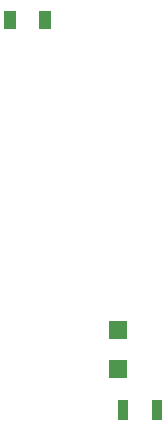
<source format=gbr>
G04 #@! TF.FileFunction,Paste,Top*
%FSLAX46Y46*%
G04 Gerber Fmt 4.6, Leading zero omitted, Abs format (unit mm)*
G04 Created by KiCad (PCBNEW 4.0.7) date 12/18/18 08:39:27*
%MOMM*%
%LPD*%
G01*
G04 APERTURE LIST*
%ADD10C,0.100000*%
%ADD11R,1.000000X1.600000*%
%ADD12R,1.500000X1.500000*%
%ADD13R,0.900000X1.700000*%
G04 APERTURE END LIST*
D10*
D11*
X144550000Y-73660000D03*
X147550000Y-73660000D03*
D12*
X153670000Y-99950000D03*
X153670000Y-103250000D03*
D13*
X154125000Y-106680000D03*
X157025000Y-106680000D03*
M02*

</source>
